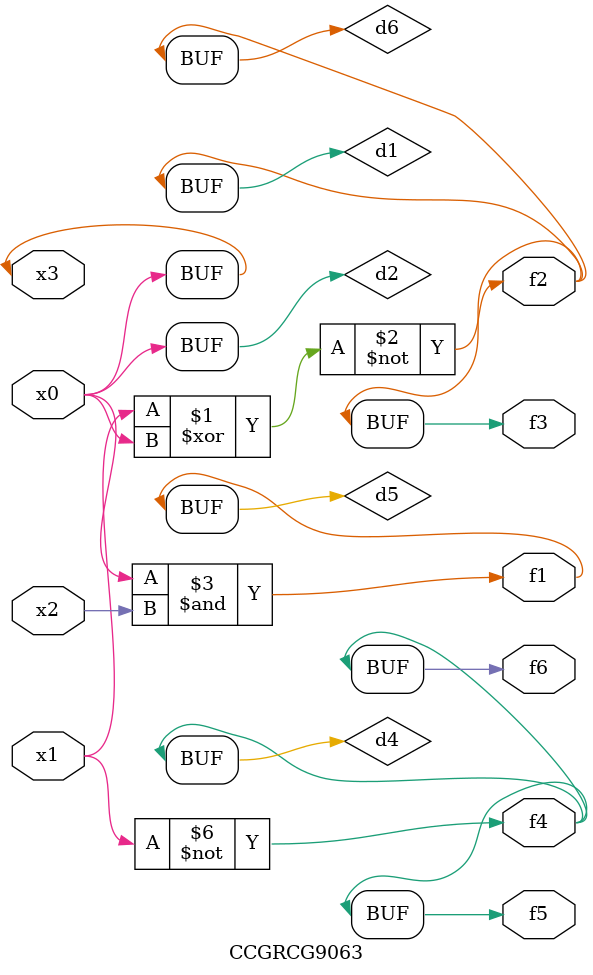
<source format=v>
module CCGRCG9063(
	input x0, x1, x2, x3,
	output f1, f2, f3, f4, f5, f6
);

	wire d1, d2, d3, d4, d5, d6;

	xnor (d1, x1, x3);
	buf (d2, x0, x3);
	nand (d3, x0, x2);
	not (d4, x1);
	nand (d5, d3);
	or (d6, d1);
	assign f1 = d5;
	assign f2 = d6;
	assign f3 = d6;
	assign f4 = d4;
	assign f5 = d4;
	assign f6 = d4;
endmodule

</source>
